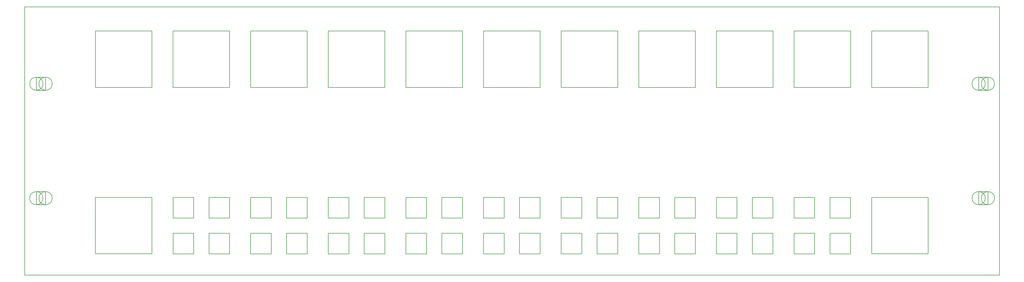
<source format=gko>
G04 Layer: BoardOutlineLayer*
G04 EasyEDA v6.5.34, 2023-08-21 18:11:39*
G04 32b375108a2c43bb8d569144ed7c1066,5a6b42c53f6a479593ecc07194224c93,10*
G04 Gerber Generator version 0.2*
G04 Scale: 100 percent, Rotated: No, Reflected: No *
G04 Dimensions in millimeters *
G04 leading zeros omitted , absolute positions ,4 integer and 5 decimal *
%FSLAX45Y45*%
%MOMM*%

%ADD10C,0.2540*%
D10*
X0Y13296900D02*
G01*
X48260000Y13296900D01*
X48260000Y0D01*
X0Y-3070D01*
X0Y13296900D01*
X3500414Y12104298D02*
G01*
X3500414Y9304304D01*
X3500414Y9304304D02*
G01*
X6300409Y9304304D01*
X6300409Y9304304D02*
G01*
X6300409Y12104298D01*
X6300409Y12104298D02*
G01*
X3500414Y12104298D01*
X7343614Y12104298D02*
G01*
X7343614Y9304304D01*
X7343614Y9304304D02*
G01*
X10143609Y9304304D01*
X10143609Y9304304D02*
G01*
X10143609Y12104298D01*
X10143609Y12104298D02*
G01*
X7343614Y12104298D01*
X11186815Y12104298D02*
G01*
X11186815Y9304304D01*
X11186815Y9304304D02*
G01*
X13986809Y9304304D01*
X13986809Y9304304D02*
G01*
X13986809Y12104298D01*
X13986809Y12104298D02*
G01*
X11186815Y12104298D01*
X15030015Y12104298D02*
G01*
X15030015Y9304304D01*
X15030015Y9304304D02*
G01*
X17830010Y9304304D01*
X17830010Y9304304D02*
G01*
X17830010Y12104298D01*
X17830010Y12104298D02*
G01*
X15030015Y12104298D01*
X18873216Y12104298D02*
G01*
X18873216Y9304304D01*
X18873216Y9304304D02*
G01*
X21673210Y9304304D01*
X21673210Y9304304D02*
G01*
X21673210Y12104298D01*
X21673210Y12104298D02*
G01*
X18873216Y12104298D01*
X22716416Y12104298D02*
G01*
X22716416Y9304304D01*
X22716416Y9304304D02*
G01*
X25516410Y9304304D01*
X25516410Y9304304D02*
G01*
X25516410Y12104298D01*
X25516410Y12104298D02*
G01*
X22716416Y12104298D01*
X26559616Y12104298D02*
G01*
X26559616Y9304304D01*
X26559616Y9304304D02*
G01*
X29359611Y9304304D01*
X29359611Y9304304D02*
G01*
X29359611Y12104298D01*
X29359611Y12104298D02*
G01*
X26559616Y12104298D01*
X30402817Y12104298D02*
G01*
X30402817Y9304304D01*
X30402817Y9304304D02*
G01*
X33202811Y9304304D01*
X33202811Y9304304D02*
G01*
X33202811Y12104298D01*
X33202811Y12104298D02*
G01*
X30402817Y12104298D01*
X34246017Y12104298D02*
G01*
X34246017Y9304304D01*
X34246017Y9304304D02*
G01*
X37046011Y9304304D01*
X37046011Y9304304D02*
G01*
X37046011Y12104298D01*
X37046011Y12104298D02*
G01*
X34246017Y12104298D01*
X38089217Y12104298D02*
G01*
X38089217Y9304304D01*
X38089217Y9304304D02*
G01*
X40889212Y9304304D01*
X40889212Y9304304D02*
G01*
X40889212Y12104298D01*
X40889212Y12104298D02*
G01*
X38089217Y12104298D01*
X41932418Y12104298D02*
G01*
X41932418Y9304304D01*
X41932418Y9304304D02*
G01*
X44732412Y9304304D01*
X44732412Y9304304D02*
G01*
X44732412Y12104298D01*
X44732412Y12104298D02*
G01*
X41932418Y12104298D01*
G75*
G01*
X711200Y9486900D02*
G02*
X1361597Y9486900I325199J0D01*
G75*
G01*
X1361597Y9486900D02*
G02*
X711200Y9486900I-325198J0D01*
X711200Y9486900D02*
G01*
X711200Y9486900D01*
X579198Y9811893D02*
G01*
X579198Y9161881D01*
X579198Y9161881D02*
G01*
X1036398Y9161881D01*
X1036398Y9161881D02*
G01*
X1036398Y9811893D01*
X1036398Y9811893D02*
G01*
X579198Y9811893D01*
G75*
G01*
X254000Y9486900D02*
G02*
X904397Y9486900I325199J0D01*
G75*
G01*
X904397Y9486900D02*
G02*
X254000Y9486900I-325198J0D01*
X254000Y9486900D02*
G01*
X254000Y9486900D01*
G75*
G01*
X254000Y3810000D02*
G02*
X904397Y3810000I325199J0D01*
G75*
G01*
X904397Y3810000D02*
G02*
X254000Y3810000I-325198J0D01*
X254000Y3810000D02*
G01*
X254000Y3810000D01*
X579198Y4134993D02*
G01*
X579198Y3484981D01*
X579198Y3484981D02*
G01*
X1036398Y3484981D01*
X1036398Y3484981D02*
G01*
X1036398Y4134993D01*
X1036398Y4134993D02*
G01*
X579198Y4134993D01*
G75*
G01*
X711200Y3810000D02*
G02*
X1361597Y3810000I325199J0D01*
G75*
G01*
X1361597Y3810000D02*
G02*
X711200Y3810000I-325198J0D01*
X711200Y3810000D02*
G01*
X711200Y3810000D01*
G75*
G01*
X47365696Y3810000D02*
G02*
X48016094Y3810000I325199J0D01*
G75*
G01*
X48016094Y3810000D02*
G02*
X47365696Y3810000I-325199J0D01*
X47365696Y3810000D02*
G01*
X47365696Y3810000D01*
X47233695Y4134993D02*
G01*
X47233695Y3484981D01*
X47233695Y3484981D02*
G01*
X47690895Y3484981D01*
X47690895Y3484981D02*
G01*
X47690895Y4134993D01*
X47690895Y4134993D02*
G01*
X47233695Y4134993D01*
G75*
G01*
X46908496Y3810000D02*
G02*
X47558894Y3810000I325199J0D01*
G75*
G01*
X47558894Y3810000D02*
G02*
X46908496Y3810000I-325199J0D01*
X46908496Y3810000D02*
G01*
X46908496Y3810000D01*
G75*
G01*
X46908496Y9486900D02*
G02*
X47558894Y9486900I325199J0D01*
G75*
G01*
X47558894Y9486900D02*
G02*
X46908496Y9486900I-325199J0D01*
X46908496Y9486900D02*
G01*
X46908496Y9486900D01*
X47233695Y9811893D02*
G01*
X47233695Y9161881D01*
X47233695Y9161881D02*
G01*
X47690895Y9161881D01*
X47690895Y9161881D02*
G01*
X47690895Y9811893D01*
X47690895Y9811893D02*
G01*
X47233695Y9811893D01*
G75*
G01*
X47365696Y9486900D02*
G02*
X48016094Y9486900I325199J0D01*
G75*
G01*
X48016094Y9486900D02*
G02*
X47365696Y9486900I-325199J0D01*
X47365696Y9486900D02*
G01*
X47365696Y9486900D01*
X9122295Y3848100D02*
G01*
X9122295Y2828099D01*
X9122295Y2828099D02*
G01*
X10142296Y2828099D01*
X10142296Y2828099D02*
G01*
X10142296Y3848100D01*
X10142296Y3848100D02*
G01*
X9122295Y3848100D01*
X7344295Y3848100D02*
G01*
X7344295Y2828099D01*
X7344295Y2828099D02*
G01*
X8364296Y2828099D01*
X8364296Y2828099D02*
G01*
X8364296Y3848100D01*
X8364296Y3848100D02*
G01*
X7344295Y3848100D01*
X7344295Y2070100D02*
G01*
X7344295Y1050099D01*
X7344295Y1050099D02*
G01*
X8364296Y1050099D01*
X8364296Y1050099D02*
G01*
X8364296Y2070100D01*
X8364296Y2070100D02*
G01*
X7344295Y2070100D01*
X9122295Y2070100D02*
G01*
X9122295Y1050099D01*
X9122295Y1050099D02*
G01*
X10142296Y1050099D01*
X10142296Y1050099D02*
G01*
X10142296Y2070100D01*
X10142296Y2070100D02*
G01*
X9122295Y2070100D01*
X16808691Y3848100D02*
G01*
X16808691Y2828099D01*
X16808691Y2828099D02*
G01*
X17828691Y2828099D01*
X17828691Y2828099D02*
G01*
X17828691Y3848100D01*
X17828691Y3848100D02*
G01*
X16808691Y3848100D01*
X15030691Y3848100D02*
G01*
X15030691Y2828099D01*
X15030691Y2828099D02*
G01*
X16050691Y2828099D01*
X16050691Y2828099D02*
G01*
X16050691Y3848100D01*
X16050691Y3848100D02*
G01*
X15030691Y3848100D01*
X15030691Y2070100D02*
G01*
X15030691Y1050099D01*
X15030691Y1050099D02*
G01*
X16050691Y1050099D01*
X16050691Y1050099D02*
G01*
X16050691Y2070100D01*
X16050691Y2070100D02*
G01*
X15030691Y2070100D01*
X16808691Y2070100D02*
G01*
X16808691Y1050099D01*
X16808691Y1050099D02*
G01*
X17828691Y1050099D01*
X17828691Y1050099D02*
G01*
X17828691Y2070100D01*
X17828691Y2070100D02*
G01*
X16808691Y2070100D01*
X20651889Y3848100D02*
G01*
X20651889Y2828099D01*
X20651889Y2828099D02*
G01*
X21671889Y2828099D01*
X21671889Y2828099D02*
G01*
X21671889Y3848100D01*
X21671889Y3848100D02*
G01*
X20651889Y3848100D01*
X18873889Y3848100D02*
G01*
X18873889Y2828099D01*
X18873889Y2828099D02*
G01*
X19893889Y2828099D01*
X19893889Y2828099D02*
G01*
X19893889Y3848100D01*
X19893889Y3848100D02*
G01*
X18873889Y3848100D01*
X18873889Y2070100D02*
G01*
X18873889Y1050099D01*
X18873889Y1050099D02*
G01*
X19893889Y1050099D01*
X19893889Y1050099D02*
G01*
X19893889Y2070100D01*
X19893889Y2070100D02*
G01*
X18873889Y2070100D01*
X20651889Y2070100D02*
G01*
X20651889Y1050099D01*
X20651889Y1050099D02*
G01*
X21671889Y1050099D01*
X21671889Y1050099D02*
G01*
X21671889Y2070100D01*
X21671889Y2070100D02*
G01*
X20651889Y2070100D01*
X32181507Y3848100D02*
G01*
X32181507Y2828099D01*
X32181507Y2828099D02*
G01*
X33201508Y2828099D01*
X33201508Y2828099D02*
G01*
X33201508Y3848100D01*
X33201508Y3848100D02*
G01*
X32181507Y3848100D01*
X30403507Y3848100D02*
G01*
X30403507Y2828099D01*
X30403507Y2828099D02*
G01*
X31423508Y2828099D01*
X31423508Y2828099D02*
G01*
X31423508Y3848100D01*
X31423508Y3848100D02*
G01*
X30403507Y3848100D01*
X30403507Y2070100D02*
G01*
X30403507Y1050099D01*
X30403507Y1050099D02*
G01*
X31423508Y1050099D01*
X31423508Y1050099D02*
G01*
X31423508Y2070100D01*
X31423508Y2070100D02*
G01*
X30403507Y2070100D01*
X32181507Y2070100D02*
G01*
X32181507Y1050099D01*
X32181507Y1050099D02*
G01*
X33201508Y1050099D01*
X33201508Y1050099D02*
G01*
X33201508Y2070100D01*
X33201508Y2070100D02*
G01*
X32181507Y2070100D01*
X39867903Y3848100D02*
G01*
X39867903Y2828099D01*
X39867903Y2828099D02*
G01*
X40887904Y2828099D01*
X40887904Y2828099D02*
G01*
X40887904Y3848100D01*
X40887904Y3848100D02*
G01*
X39867903Y3848100D01*
X38089903Y3848100D02*
G01*
X38089903Y2828099D01*
X38089903Y2828099D02*
G01*
X39109904Y2828099D01*
X39109904Y2828099D02*
G01*
X39109904Y3848100D01*
X39109904Y3848100D02*
G01*
X38089903Y3848100D01*
X38089903Y2070100D02*
G01*
X38089903Y1050099D01*
X38089903Y1050099D02*
G01*
X39109904Y1050099D01*
X39109904Y1050099D02*
G01*
X39109904Y2070100D01*
X39109904Y2070100D02*
G01*
X38089903Y2070100D01*
X39867903Y2070100D02*
G01*
X39867903Y1050099D01*
X39867903Y1050099D02*
G01*
X40887904Y1050099D01*
X40887904Y1050099D02*
G01*
X40887904Y2070100D01*
X40887904Y2070100D02*
G01*
X39867903Y2070100D01*
X12965493Y3848100D02*
G01*
X12965493Y2828099D01*
X12965493Y2828099D02*
G01*
X13985493Y2828099D01*
X13985493Y2828099D02*
G01*
X13985493Y3848100D01*
X13985493Y3848100D02*
G01*
X12965493Y3848100D01*
X11187493Y3848100D02*
G01*
X11187493Y2828099D01*
X11187493Y2828099D02*
G01*
X12207493Y2828099D01*
X12207493Y2828099D02*
G01*
X12207493Y3848100D01*
X12207493Y3848100D02*
G01*
X11187493Y3848100D01*
X11187493Y2070100D02*
G01*
X11187493Y1050099D01*
X11187493Y1050099D02*
G01*
X12207493Y1050099D01*
X12207493Y1050099D02*
G01*
X12207493Y2070100D01*
X12207493Y2070100D02*
G01*
X11187493Y2070100D01*
X12965493Y2070100D02*
G01*
X12965493Y1050099D01*
X12965493Y1050099D02*
G01*
X13985493Y1050099D01*
X13985493Y1050099D02*
G01*
X13985493Y2070100D01*
X13985493Y2070100D02*
G01*
X12965493Y2070100D01*
X36024705Y2070100D02*
G01*
X36024705Y1050099D01*
X36024705Y1050099D02*
G01*
X37044706Y1050099D01*
X37044706Y1050099D02*
G01*
X37044706Y2070100D01*
X37044706Y2070100D02*
G01*
X36024705Y2070100D01*
X34246705Y2070100D02*
G01*
X34246705Y1050099D01*
X34246705Y1050099D02*
G01*
X35266706Y1050099D01*
X35266706Y1050099D02*
G01*
X35266706Y2070100D01*
X35266706Y2070100D02*
G01*
X34246705Y2070100D01*
X34246705Y3848100D02*
G01*
X34246705Y2828099D01*
X34246705Y2828099D02*
G01*
X35266706Y2828099D01*
X35266706Y2828099D02*
G01*
X35266706Y3848100D01*
X35266706Y3848100D02*
G01*
X34246705Y3848100D01*
X36024705Y3848100D02*
G01*
X36024705Y2828099D01*
X36024705Y2828099D02*
G01*
X37044706Y2828099D01*
X37044706Y2828099D02*
G01*
X37044706Y3848100D01*
X37044706Y3848100D02*
G01*
X36024705Y3848100D01*
X28338310Y2070100D02*
G01*
X28338310Y1050099D01*
X28338310Y1050099D02*
G01*
X29358310Y1050099D01*
X29358310Y1050099D02*
G01*
X29358310Y2070100D01*
X29358310Y2070100D02*
G01*
X28338310Y2070100D01*
X26560310Y2070100D02*
G01*
X26560310Y1050099D01*
X26560310Y1050099D02*
G01*
X27580310Y1050099D01*
X27580310Y1050099D02*
G01*
X27580310Y2070100D01*
X27580310Y2070100D02*
G01*
X26560310Y2070100D01*
X26560310Y3848100D02*
G01*
X26560310Y2828099D01*
X26560310Y2828099D02*
G01*
X27580310Y2828099D01*
X27580310Y2828099D02*
G01*
X27580310Y3848100D01*
X27580310Y3848100D02*
G01*
X26560310Y3848100D01*
X28338310Y3848100D02*
G01*
X28338310Y2828099D01*
X28338310Y2828099D02*
G01*
X29358310Y2828099D01*
X29358310Y2828099D02*
G01*
X29358310Y3848100D01*
X29358310Y3848100D02*
G01*
X28338310Y3848100D01*
X24495112Y3848100D02*
G01*
X24495112Y2828099D01*
X24495112Y2828099D02*
G01*
X25515112Y2828099D01*
X25515112Y2828099D02*
G01*
X25515112Y3848100D01*
X25515112Y3848100D02*
G01*
X24495112Y3848100D01*
X22717112Y3848100D02*
G01*
X22717112Y2828099D01*
X22717112Y2828099D02*
G01*
X23737112Y2828099D01*
X23737112Y2828099D02*
G01*
X23737112Y3848100D01*
X23737112Y3848100D02*
G01*
X22717112Y3848100D01*
X22717112Y2070100D02*
G01*
X22717112Y1050099D01*
X22717112Y1050099D02*
G01*
X23737112Y1050099D01*
X23737112Y1050099D02*
G01*
X23737112Y2070100D01*
X23737112Y2070100D02*
G01*
X22717112Y2070100D01*
X24495112Y2070100D02*
G01*
X24495112Y1050099D01*
X24495112Y1050099D02*
G01*
X25515112Y1050099D01*
X25515112Y1050099D02*
G01*
X25515112Y2070100D01*
X25515112Y2070100D02*
G01*
X24495112Y2070100D01*
X3500117Y3853080D02*
G01*
X3500117Y1053086D01*
X3500117Y1053086D02*
G01*
X6300111Y1053086D01*
X6300111Y1053086D02*
G01*
X6300111Y3853080D01*
X6300111Y3853080D02*
G01*
X3500117Y3853080D01*
X41932120Y3853080D02*
G01*
X41932120Y1053086D01*
X41932120Y1053086D02*
G01*
X44732115Y1053086D01*
X44732115Y1053086D02*
G01*
X44732115Y3853080D01*
X44732115Y3853080D02*
G01*
X41932120Y3853080D01*

%LPD*%
M02*

</source>
